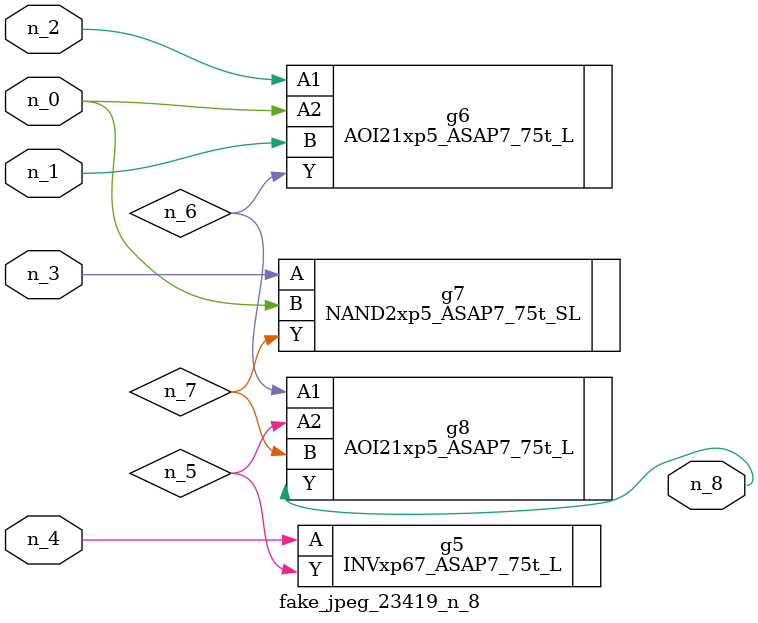
<source format=v>
module fake_jpeg_23419_n_8 (n_3, n_2, n_1, n_0, n_4, n_8);

input n_3;
input n_2;
input n_1;
input n_0;
input n_4;

output n_8;

wire n_6;
wire n_5;
wire n_7;

INVxp67_ASAP7_75t_L g5 ( 
.A(n_4),
.Y(n_5)
);

AOI21xp5_ASAP7_75t_L g6 ( 
.A1(n_2),
.A2(n_0),
.B(n_1),
.Y(n_6)
);

NAND2xp5_ASAP7_75t_SL g7 ( 
.A(n_3),
.B(n_0),
.Y(n_7)
);

AOI21xp5_ASAP7_75t_L g8 ( 
.A1(n_6),
.A2(n_5),
.B(n_7),
.Y(n_8)
);


endmodule
</source>
